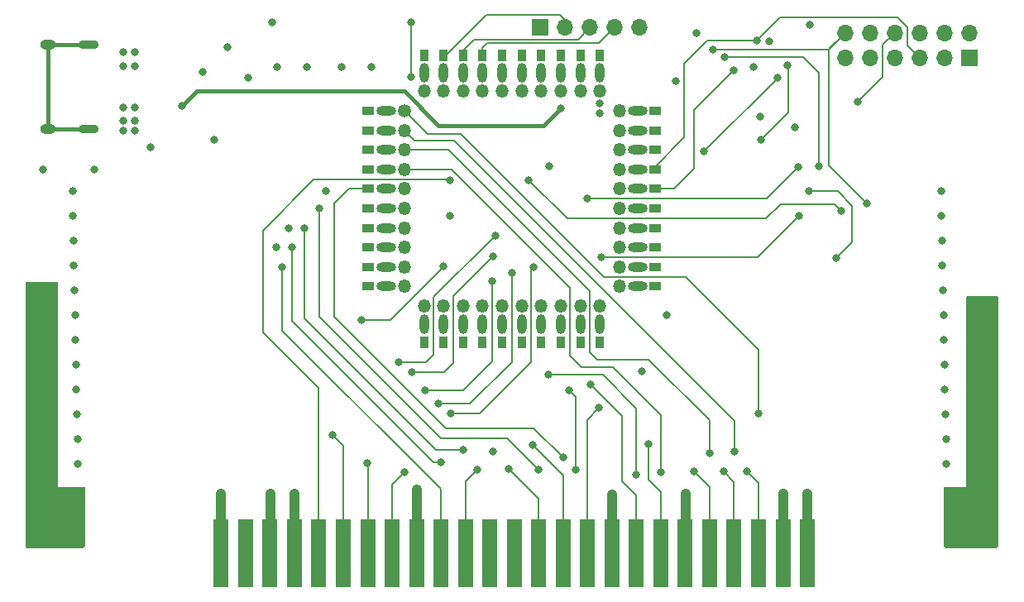
<source format=gbl>
G04 #@! TF.GenerationSoftware,KiCad,Pcbnew,(6.0.6)*
G04 #@! TF.CreationDate,2022-07-02T23:03:49+02:00*
G04 #@! TF.ProjectId,picocart64_v1,7069636f-6361-4727-9436-345f76312e6b,rev?*
G04 #@! TF.SameCoordinates,Original*
G04 #@! TF.FileFunction,Copper,L4,Bot*
G04 #@! TF.FilePolarity,Positive*
%FSLAX46Y46*%
G04 Gerber Fmt 4.6, Leading zero omitted, Abs format (unit mm)*
G04 Created by KiCad (PCBNEW (6.0.6)) date 2022-07-02 23:03:49*
%MOMM*%
%LPD*%
G01*
G04 APERTURE LIST*
G04 #@! TA.AperFunction,ComponentPad*
%ADD10C,2.500000*%
G04 #@! TD*
G04 #@! TA.AperFunction,ComponentPad*
%ADD11R,1.700000X1.700000*%
G04 #@! TD*
G04 #@! TA.AperFunction,ComponentPad*
%ADD12O,1.700000X1.700000*%
G04 #@! TD*
G04 #@! TA.AperFunction,ComponentPad*
%ADD13O,2.000000X0.950000*%
G04 #@! TD*
G04 #@! TA.AperFunction,ComponentPad*
%ADD14R,1.300000X0.900000*%
G04 #@! TD*
G04 #@! TA.AperFunction,ComponentPad*
%ADD15C,1.350000*%
G04 #@! TD*
G04 #@! TA.AperFunction,ComponentPad*
%ADD16O,1.350000X1.350000*%
G04 #@! TD*
G04 #@! TA.AperFunction,ComponentPad*
%ADD17R,0.900000X1.300000*%
G04 #@! TD*
G04 #@! TA.AperFunction,ComponentPad*
%ADD18O,0.950000X2.000000*%
G04 #@! TD*
G04 #@! TA.AperFunction,ComponentPad*
%ADD19O,2.100000X0.900000*%
G04 #@! TD*
G04 #@! TA.AperFunction,ComponentPad*
%ADD20O,1.600000X1.000000*%
G04 #@! TD*
G04 #@! TA.AperFunction,SMDPad,CuDef*
%ADD21R,1.500000X7.000000*%
G04 #@! TD*
G04 #@! TA.AperFunction,ViaPad*
%ADD22C,0.800000*%
G04 #@! TD*
G04 #@! TA.AperFunction,Conductor*
%ADD23C,1.000000*%
G04 #@! TD*
G04 #@! TA.AperFunction,Conductor*
%ADD24C,0.203200*%
G04 #@! TD*
G04 #@! TA.AperFunction,Conductor*
%ADD25C,1.016000*%
G04 #@! TD*
G04 #@! TA.AperFunction,Conductor*
%ADD26C,0.406400*%
G04 #@! TD*
G04 #@! TA.AperFunction,Conductor*
%ADD27C,0.400000*%
G04 #@! TD*
G04 APERTURE END LIST*
D10*
X102850000Y-112600000D03*
X197650000Y-112600000D03*
D11*
X152913000Y-62484000D03*
D12*
X155453000Y-62484000D03*
X157993000Y-62484000D03*
X160533000Y-62484000D03*
X163073000Y-62484000D03*
D13*
X137150000Y-71000000D03*
D14*
X135300000Y-71000000D03*
D15*
X139000000Y-71000000D03*
D16*
X139000000Y-73000000D03*
D13*
X137150000Y-73000000D03*
D14*
X135300000Y-73000000D03*
D13*
X137150000Y-75000000D03*
D14*
X135300000Y-75000000D03*
D16*
X139000000Y-75000000D03*
D14*
X135300000Y-77000000D03*
D16*
X139000000Y-77000000D03*
D13*
X137150000Y-77000000D03*
X137150000Y-79000000D03*
D16*
X139000000Y-79000000D03*
D14*
X135300000Y-79000000D03*
X135300000Y-81000000D03*
D13*
X137150000Y-81000000D03*
D16*
X139000000Y-81000000D03*
D14*
X135300000Y-83000000D03*
D16*
X139000000Y-83000000D03*
D13*
X137150000Y-83000000D03*
D16*
X139000000Y-85000000D03*
D13*
X137150000Y-85000000D03*
D14*
X135300000Y-85000000D03*
X135300000Y-87000000D03*
D13*
X137150000Y-87000000D03*
D16*
X139000000Y-87000000D03*
D14*
X135300000Y-89000000D03*
D13*
X137150000Y-89000000D03*
D16*
X139000000Y-89000000D03*
D17*
X141000000Y-94700000D03*
D16*
X141000000Y-91000000D03*
D18*
X141000000Y-92850000D03*
D16*
X143000000Y-91000000D03*
D18*
X143000000Y-92850000D03*
D17*
X143000000Y-94700000D03*
D18*
X145000000Y-92850000D03*
D16*
X145000000Y-91000000D03*
D17*
X145000000Y-94700000D03*
D18*
X147000000Y-92850000D03*
D16*
X147000000Y-91000000D03*
D17*
X147000000Y-94700000D03*
D18*
X149000000Y-92850000D03*
D17*
X149000000Y-94700000D03*
D16*
X149000000Y-91000000D03*
X151000000Y-91000000D03*
D18*
X151000000Y-92850000D03*
D17*
X151000000Y-94700000D03*
D18*
X153000000Y-92850000D03*
D16*
X153000000Y-91000000D03*
D17*
X153000000Y-94700000D03*
X155000000Y-94700000D03*
D16*
X155000000Y-91000000D03*
D18*
X155000000Y-92850000D03*
D16*
X157000000Y-91000000D03*
D18*
X157000000Y-92850000D03*
D17*
X157000000Y-94700000D03*
X159000000Y-94700000D03*
D18*
X159000000Y-92850000D03*
D16*
X159000000Y-91000000D03*
D13*
X162850000Y-89000000D03*
D14*
X164700000Y-89000000D03*
D16*
X161000000Y-89000000D03*
D13*
X162850000Y-87000000D03*
D14*
X164700000Y-87000000D03*
D16*
X161000000Y-87000000D03*
D14*
X164700000Y-85000000D03*
D13*
X162850000Y-85000000D03*
D16*
X161000000Y-85000000D03*
D14*
X164700000Y-83000000D03*
D16*
X161000000Y-83000000D03*
D13*
X162850000Y-83000000D03*
D14*
X164700000Y-81000000D03*
D16*
X161000000Y-81000000D03*
D13*
X162850000Y-81000000D03*
D16*
X161000000Y-79000000D03*
D14*
X164700000Y-79000000D03*
D13*
X162850000Y-79000000D03*
X162850000Y-77000000D03*
D14*
X164700000Y-77000000D03*
D16*
X161000000Y-77000000D03*
X161000000Y-75000000D03*
D14*
X164700000Y-75000000D03*
D13*
X162850000Y-75000000D03*
X162850000Y-73000000D03*
D16*
X161000000Y-73000000D03*
D14*
X164700000Y-73000000D03*
D16*
X161000000Y-71000000D03*
D13*
X162850000Y-71000000D03*
D14*
X164700000Y-71000000D03*
D16*
X159000000Y-69000000D03*
D18*
X159000000Y-67150000D03*
D17*
X159000000Y-65300000D03*
X157000000Y-65300000D03*
D18*
X157000000Y-67150000D03*
D16*
X157000000Y-69000000D03*
D18*
X155000000Y-67150000D03*
D16*
X155000000Y-69000000D03*
D17*
X155000000Y-65300000D03*
X153000000Y-65300000D03*
D18*
X153000000Y-67150000D03*
D16*
X153000000Y-69000000D03*
D17*
X151000000Y-65300000D03*
D16*
X151000000Y-69000000D03*
D18*
X151000000Y-67150000D03*
D16*
X149000000Y-69000000D03*
D17*
X149000000Y-65300000D03*
D18*
X149000000Y-67150000D03*
D16*
X147000000Y-69000000D03*
D18*
X147000000Y-67150000D03*
D17*
X147000000Y-65300000D03*
D18*
X145000000Y-67150000D03*
D16*
X145000000Y-69000000D03*
D17*
X145000000Y-65300000D03*
X143000000Y-65300000D03*
D16*
X143000000Y-69000000D03*
D18*
X143000000Y-67150000D03*
D17*
X141000000Y-65300000D03*
D16*
X141000000Y-69000000D03*
D18*
X141000000Y-67150000D03*
D19*
X106704000Y-64195000D03*
D20*
X102524000Y-64195000D03*
D19*
X106704000Y-72835000D03*
D20*
X102524000Y-72835000D03*
D11*
X196825000Y-65569000D03*
D12*
X196825000Y-63029000D03*
X194285000Y-65569000D03*
X194285000Y-63029000D03*
X191745000Y-65569000D03*
X191745000Y-63029000D03*
X189205000Y-65569000D03*
X189205000Y-63029000D03*
X186665000Y-65569000D03*
X186665000Y-63029000D03*
X184125000Y-65569000D03*
X184125000Y-63029000D03*
D21*
X180241000Y-116332000D03*
X177741000Y-116332000D03*
X175241000Y-116332000D03*
X172741000Y-116332000D03*
X170241000Y-116332000D03*
X167741000Y-116332000D03*
X165241000Y-116332000D03*
X162741000Y-116332000D03*
X160241000Y-116332000D03*
X157741000Y-116332000D03*
X155241000Y-116332000D03*
X152741000Y-116332000D03*
X150241000Y-116332000D03*
X147741000Y-116332000D03*
X145241000Y-116332000D03*
X142741000Y-116332000D03*
X140241000Y-116332000D03*
X137741000Y-116332000D03*
X135241000Y-116332000D03*
X132741000Y-116332000D03*
X130241000Y-116332000D03*
X127741000Y-116332000D03*
X125241000Y-116332000D03*
X122741000Y-116332000D03*
X120241000Y-116332000D03*
D22*
X110200000Y-73001800D03*
X110200000Y-72001800D03*
X111400000Y-72001800D03*
X111400000Y-73001800D03*
X102108000Y-105156000D03*
X180250000Y-111350000D03*
X180250000Y-110400000D03*
X177750000Y-111350000D03*
X177750000Y-110400000D03*
X167750000Y-110400000D03*
X167750000Y-111350000D03*
X127750000Y-111350000D03*
X127750000Y-110400000D03*
X125250000Y-110400000D03*
X125250000Y-111350000D03*
X120250000Y-111350000D03*
X120250000Y-110400000D03*
X105476448Y-102095000D03*
X193924102Y-79235000D03*
X105275405Y-91935000D03*
X198000000Y-108000000D03*
X159000000Y-70250000D03*
X122974400Y-67652600D03*
X194326187Y-99555000D03*
X110179000Y-65001800D03*
X159000000Y-71250000D03*
X163335000Y-97650000D03*
X105325666Y-94475000D03*
X194125145Y-89395000D03*
X194175405Y-91935000D03*
X107250000Y-77000000D03*
X111379000Y-65001800D03*
X105526709Y-104635000D03*
X105550000Y-107175000D03*
X129032000Y-66548000D03*
X194225666Y-94475000D03*
X168897600Y-63080600D03*
X120904000Y-64516000D03*
X105074363Y-81775000D03*
X153810000Y-76695000D03*
X143650000Y-81775000D03*
X148095000Y-105905000D03*
X127140000Y-83045000D03*
X105174884Y-86855000D03*
X132588000Y-66548000D03*
X194024624Y-84315000D03*
X105024102Y-79235000D03*
X198000000Y-109000000D03*
X175400000Y-71615000D03*
X194426709Y-104635000D03*
X180500000Y-62172300D03*
X178956000Y-72681800D03*
X166750000Y-68000000D03*
X118364000Y-67056000D03*
X125984000Y-66548000D03*
X194450000Y-107175000D03*
X125870000Y-84950000D03*
X105375927Y-97015000D03*
X125476000Y-61976000D03*
X102000000Y-77000000D03*
X105426187Y-99555000D03*
X193974363Y-81775000D03*
X176365200Y-63893400D03*
X165875000Y-91935000D03*
X102108000Y-106680000D03*
X194376448Y-102095000D03*
X135636000Y-66548000D03*
X105124624Y-84315000D03*
X194275927Y-97015000D03*
X194074884Y-86855000D03*
X105225145Y-89395000D03*
X130950000Y-79235000D03*
X113000000Y-74750000D03*
X174752000Y-66548000D03*
X148323600Y-83756200D03*
X157734000Y-80010000D03*
X138430000Y-96774000D03*
X179324000Y-76745800D03*
X142500000Y-101000000D03*
X150000000Y-87617000D03*
X160241000Y-110259000D03*
X119500000Y-74000000D03*
X140241000Y-110259000D03*
X140241000Y-111259000D03*
X160241000Y-111252000D03*
X139750000Y-97750000D03*
X179362400Y-81775000D03*
X135166400Y-107073400D03*
X159144000Y-85991400D03*
X148069600Y-85940600D03*
X143750000Y-102000000D03*
X152184400Y-87007400D03*
X139000000Y-108000000D03*
X116250000Y-70500000D03*
X155000000Y-70750000D03*
X175250000Y-102000000D03*
X172758400Y-105854200D03*
X170250000Y-106045000D03*
X165240000Y-107987800D03*
X155250000Y-106500000D03*
X152743200Y-107733800D03*
X130302000Y-81000000D03*
X128778000Y-83000000D03*
X145000000Y-105750000D03*
X127508000Y-85000000D03*
X142750000Y-107000000D03*
X126500000Y-87000000D03*
X146444000Y-107733800D03*
X149695200Y-107683000D03*
X152133600Y-105244600D03*
X163970000Y-105143000D03*
X168656000Y-107950000D03*
X171704000Y-107950000D03*
X174028400Y-107886200D03*
X162750800Y-108241800D03*
X153708400Y-98031000D03*
X156502400Y-107733800D03*
X155842000Y-99656600D03*
X158026400Y-99047000D03*
X158940800Y-101434600D03*
X142989600Y-86905800D03*
X134620000Y-92456000D03*
X131661200Y-104177800D03*
X139700000Y-67564000D03*
X139700000Y-61976000D03*
X143650000Y-78117400D03*
X151727200Y-78117400D03*
X183731200Y-81267000D03*
X148018800Y-88429800D03*
X180429200Y-79235000D03*
X141160800Y-99656600D03*
X183223200Y-86093000D03*
X110200000Y-66401800D03*
X111400000Y-70701800D03*
X110200000Y-70701800D03*
X111400000Y-66401800D03*
X175044400Y-63842600D03*
X178244800Y-66331800D03*
X175500000Y-74000000D03*
X185420000Y-70104000D03*
X177178000Y-67601800D03*
X169672000Y-75184000D03*
X171793200Y-65519000D03*
X181394400Y-76695000D03*
X172707600Y-66890600D03*
X186372800Y-80505000D03*
X170574000Y-64706200D03*
D23*
X177750000Y-116000000D02*
X177750000Y-110250000D01*
X125250000Y-116000000D02*
X125250000Y-110250000D01*
X127750000Y-116000000D02*
X127750000Y-110250000D01*
X167750000Y-116000000D02*
X167750000Y-110250000D01*
X120250000Y-116000000D02*
X120250000Y-110250000D01*
X180250000Y-116000000D02*
X180250000Y-110250000D01*
D24*
X157734000Y-80010000D02*
X176059800Y-80010000D01*
X141986000Y-96012000D02*
X141986000Y-90093800D01*
X141224000Y-96774000D02*
X141986000Y-96012000D01*
X176059800Y-80010000D02*
X179324000Y-76745800D01*
X141986000Y-90093800D02*
X148323600Y-83756200D01*
X138430000Y-96774000D02*
X141224000Y-96774000D01*
X150000000Y-96710200D02*
X150000000Y-87617000D01*
X145710200Y-101000000D02*
X150000000Y-96710200D01*
X142500000Y-101000000D02*
X145710200Y-101000000D01*
D25*
X140250000Y-110250000D02*
X140241000Y-110259000D01*
X160241000Y-116332000D02*
X160241000Y-110259000D01*
X140241000Y-116332000D02*
X140241000Y-109750000D01*
D24*
X179362400Y-81775000D02*
X175137400Y-86000000D01*
X143067400Y-97750000D02*
X144018000Y-96799400D01*
X159152600Y-86000000D02*
X159144000Y-85991400D01*
X139750000Y-97750000D02*
X143067400Y-97750000D01*
X135241000Y-107148000D02*
X135166400Y-107073400D01*
X135241000Y-116332000D02*
X135241000Y-107148000D01*
X144018000Y-89992200D02*
X148069600Y-85940600D01*
X144018000Y-96799400D02*
X144018000Y-89992200D01*
X175137400Y-86000000D02*
X159152600Y-86000000D01*
X143750000Y-102000000D02*
X146691400Y-102000000D01*
X151981200Y-87210600D02*
X152184400Y-87007400D01*
X146691400Y-102000000D02*
X151981200Y-96710200D01*
X151981200Y-96710200D02*
X151981200Y-87210600D01*
X137741000Y-109259000D02*
X137741000Y-116332000D01*
X139000000Y-108000000D02*
X137741000Y-109259000D01*
D26*
X139003000Y-69000000D02*
X142503000Y-72500000D01*
X117750000Y-69000000D02*
X139003000Y-69000000D01*
X153250000Y-72500000D02*
X155000000Y-70750000D01*
X116250000Y-70500000D02*
X117750000Y-69000000D01*
X142503000Y-72500000D02*
X153250000Y-72500000D01*
D27*
X102524000Y-72835000D02*
X106704000Y-72835000D01*
X102524000Y-64195000D02*
X102524000Y-72835000D01*
X102524000Y-64195000D02*
X106704000Y-64195000D01*
D24*
X159385600Y-88011000D02*
X167767000Y-88011000D01*
X141406000Y-73406000D02*
X144780600Y-73406000D01*
X167767000Y-88011000D02*
X175250000Y-95494000D01*
X175250000Y-95494000D02*
X175250000Y-102000000D01*
X144780600Y-73406000D02*
X159385600Y-88011000D01*
X139000000Y-71000000D02*
X141406000Y-73406000D01*
X139000000Y-73000000D02*
X140041000Y-74041000D01*
X144044000Y-74041000D02*
X172758400Y-102755400D01*
X172758400Y-102755400D02*
X172758400Y-105854200D01*
X140041000Y-74041000D02*
X144044000Y-74041000D01*
X170250000Y-102686000D02*
X170250000Y-106045000D01*
X164020200Y-96456200D02*
X170250000Y-102686000D01*
X157988000Y-95706600D02*
X158737600Y-96456200D01*
X139000000Y-75000000D02*
X143529800Y-75000000D01*
X143529800Y-75000000D02*
X157988000Y-89458200D01*
X157988000Y-89458200D02*
X157988000Y-95706600D01*
X158737600Y-96456200D02*
X164020200Y-96456200D01*
X143853400Y-77000000D02*
X155956000Y-89102600D01*
X139000000Y-77000000D02*
X143853400Y-77000000D01*
X165240000Y-102196600D02*
X165240000Y-107987800D01*
X160312400Y-97269000D02*
X165240000Y-102196600D01*
X155956000Y-89102600D02*
X155956000Y-96062200D01*
X155956000Y-96062200D02*
X157162800Y-97269000D01*
X157162800Y-97269000D02*
X160312400Y-97269000D01*
X131826000Y-80492600D02*
X131826000Y-92076000D01*
X133318600Y-79000000D02*
X131826000Y-80492600D01*
X152250000Y-103500000D02*
X155250000Y-106500000D01*
X143250000Y-103500000D02*
X152250000Y-103500000D01*
X135600000Y-79000000D02*
X133318600Y-79000000D01*
X131826000Y-92076000D02*
X143250000Y-103500000D01*
X130302000Y-81000000D02*
X130302000Y-92052000D01*
X149509400Y-104500000D02*
X152743200Y-107733800D01*
X142750000Y-104500000D02*
X149509400Y-104500000D01*
X130302000Y-92052000D02*
X142750000Y-104500000D01*
X142250000Y-105750000D02*
X145000000Y-105750000D01*
X128778000Y-92278000D02*
X142250000Y-105750000D01*
X128778000Y-83000000D02*
X128778000Y-92278000D01*
X127508000Y-85000000D02*
X127508000Y-92508000D01*
X142000000Y-107000000D02*
X142750000Y-107000000D01*
X127508000Y-92508000D02*
X142000000Y-107000000D01*
X142741000Y-109741000D02*
X142741000Y-116332000D01*
X126500000Y-87000000D02*
X126500000Y-93500000D01*
X126500000Y-93500000D02*
X142741000Y-109741000D01*
X145241000Y-116332000D02*
X145241000Y-108936800D01*
X145241000Y-108936800D02*
X146444000Y-107733800D01*
X152741000Y-116332000D02*
X152741000Y-110728800D01*
X152741000Y-110728800D02*
X149695200Y-107683000D01*
X155241000Y-108352000D02*
X152133600Y-105244600D01*
X155241000Y-116332000D02*
X155241000Y-108352000D01*
X165241000Y-116332000D02*
X165241000Y-110020800D01*
X163970000Y-108749800D02*
X163970000Y-105143000D01*
X165241000Y-110020800D02*
X163970000Y-108749800D01*
X170241000Y-109535000D02*
X170241000Y-116332000D01*
X168656000Y-107950000D02*
X170241000Y-109535000D01*
X171704000Y-107950000D02*
X172741000Y-108987000D01*
X172741000Y-108987000D02*
X172741000Y-116332000D01*
X175241000Y-109098800D02*
X174028400Y-107886200D01*
X175241000Y-116332000D02*
X175241000Y-109098800D01*
X159296400Y-98031000D02*
X153708400Y-98031000D01*
X162750800Y-108241800D02*
X162750800Y-101485400D01*
X162750800Y-101485400D02*
X159296400Y-98031000D01*
X155842000Y-99656600D02*
X156502400Y-100317000D01*
X156502400Y-100317000D02*
X156502400Y-107733800D01*
X162741000Y-110416400D02*
X161250000Y-108925400D01*
X161250000Y-108925400D02*
X161250000Y-102270600D01*
X161250000Y-102270600D02*
X158026400Y-99047000D01*
X162741000Y-116332000D02*
X162741000Y-110416400D01*
X157741000Y-102634400D02*
X158940800Y-101434600D01*
X157741000Y-116332000D02*
X157741000Y-102634400D01*
X134620000Y-92456000D02*
X137541000Y-92456000D01*
X137541000Y-92456000D02*
X142989600Y-87007400D01*
X132741000Y-105257600D02*
X131661200Y-104177800D01*
X132741000Y-116332000D02*
X132741000Y-105257600D01*
X142989600Y-87007400D02*
X142989600Y-86905800D01*
X147000000Y-64607400D02*
X147510800Y-64096600D01*
X147000000Y-65600000D02*
X147000000Y-64607400D01*
X158920400Y-64096600D02*
X160533000Y-62484000D01*
X147510800Y-64096600D02*
X158920400Y-64096600D01*
X145000000Y-64804000D02*
X146113800Y-63690200D01*
X145000000Y-65600000D02*
X145000000Y-64804000D01*
X146113800Y-63690200D02*
X156786800Y-63690200D01*
X156786800Y-63690200D02*
X157993000Y-62484000D01*
X154940000Y-61214000D02*
X155453000Y-61727000D01*
X147386000Y-61214000D02*
X154940000Y-61214000D01*
X143000000Y-65600000D02*
X147386000Y-61214000D01*
X155453000Y-61727000D02*
X155453000Y-62484000D01*
X139700000Y-61976000D02*
X139700000Y-67564000D01*
X183731200Y-81267000D02*
X183020000Y-80555800D01*
X124549200Y-93662200D02*
X124549200Y-83248200D01*
X183020000Y-80555800D02*
X177520900Y-80555800D01*
X130241000Y-99354000D02*
X124549200Y-93662200D01*
X176034700Y-82042000D02*
X155651800Y-82042000D01*
X130241000Y-116332000D02*
X130241000Y-99354000D01*
X155651800Y-82042000D02*
X151727200Y-78117400D01*
X129730800Y-78066600D02*
X143599200Y-78066600D01*
X177520900Y-80555800D02*
X176034700Y-82042000D01*
X124549200Y-83248200D02*
X129730800Y-78066600D01*
X143599200Y-78066600D02*
X143650000Y-78117400D01*
X145021600Y-99656600D02*
X148018800Y-96659400D01*
X184848800Y-80708200D02*
X183375600Y-79235000D01*
X183375600Y-79235000D02*
X180429200Y-79235000D01*
X184848800Y-84467400D02*
X184848800Y-80708200D01*
X141160800Y-99656600D02*
X145021600Y-99656600D01*
X148018800Y-96659400D02*
X148018800Y-88429800D01*
X183223200Y-86093000D02*
X184848800Y-84467400D01*
X164400000Y-77000000D02*
X167640000Y-73760000D01*
X190500000Y-62484000D02*
X189484000Y-61468000D01*
X189484000Y-61468000D02*
X177419000Y-61468000D01*
X167640000Y-73760000D02*
X167640000Y-66167000D01*
X167640000Y-66167000D02*
X169964400Y-63842600D01*
X177419000Y-61468000D02*
X175044400Y-63842600D01*
X190500000Y-64324000D02*
X190500000Y-62484000D01*
X169964400Y-63842600D02*
X175044400Y-63842600D01*
X191745000Y-65569000D02*
X190500000Y-64324000D01*
X175500000Y-74000000D02*
X178295600Y-71204400D01*
X178295600Y-71204400D02*
X178295600Y-66382600D01*
X178295600Y-66382600D02*
X178244800Y-66331800D01*
X185420000Y-70104000D02*
X187960000Y-67564000D01*
X187960000Y-67564000D02*
X187960000Y-64274000D01*
X187960000Y-64274000D02*
X189205000Y-63029000D01*
X177178000Y-67678000D02*
X177178000Y-67601800D01*
X169672000Y-75184000D02*
X177178000Y-67678000D01*
X179819000Y-65519000D02*
X171793200Y-65519000D01*
X181394400Y-67094400D02*
X179819000Y-65519000D01*
X181394400Y-76695000D02*
X181394400Y-67094400D01*
X168656000Y-76962000D02*
X168656000Y-70942200D01*
X168656000Y-70942200D02*
X172707600Y-66890600D01*
X164400000Y-79000000D02*
X166618000Y-79000000D01*
X166618000Y-79000000D02*
X168656000Y-76962000D01*
X182461200Y-64692800D02*
X182461200Y-76593400D01*
X182447800Y-64706200D02*
X170574000Y-64706200D01*
X184125000Y-63029000D02*
X182461200Y-64692800D01*
X182461200Y-76593400D02*
X186372800Y-80505000D01*
X184125000Y-63029000D02*
X182447800Y-64706200D01*
G04 #@! TA.AperFunction,Conductor*
G36*
X199758691Y-90018907D02*
G01*
X199794655Y-90068407D01*
X199799500Y-90099000D01*
X199799500Y-115465983D01*
X199796982Y-115488169D01*
X199794344Y-115499641D01*
X199796739Y-115510227D01*
X199795587Y-115524697D01*
X199787294Y-115577063D01*
X199777725Y-115606518D01*
X199749419Y-115662071D01*
X199731215Y-115687128D01*
X199687128Y-115731215D01*
X199662068Y-115749421D01*
X199606521Y-115777723D01*
X199577065Y-115787294D01*
X199524499Y-115795619D01*
X199510609Y-115796701D01*
X199500359Y-115794344D01*
X199489487Y-115796804D01*
X199489207Y-115796867D01*
X199488359Y-115797059D01*
X199466512Y-115799500D01*
X194534017Y-115799500D01*
X194511831Y-115796982D01*
X194511224Y-115796842D01*
X194511222Y-115796842D01*
X194500359Y-115794344D01*
X194489773Y-115796739D01*
X194475303Y-115795587D01*
X194422937Y-115787294D01*
X194393482Y-115777725D01*
X194337929Y-115749419D01*
X194312872Y-115731215D01*
X194268785Y-115687128D01*
X194250581Y-115662071D01*
X194222275Y-115606518D01*
X194212706Y-115577065D01*
X194205281Y-115530185D01*
X194204738Y-115504672D01*
X194205655Y-115500718D01*
X194205656Y-115500000D01*
X194203096Y-115488776D01*
X194202980Y-115488266D01*
X194200500Y-115466248D01*
X194200500Y-109599000D01*
X194219407Y-109540809D01*
X194268907Y-109504845D01*
X194299500Y-109500000D01*
X196500000Y-109500000D01*
X196500000Y-90099000D01*
X196518907Y-90040809D01*
X196568407Y-90004845D01*
X196599000Y-90000000D01*
X199700500Y-90000000D01*
X199758691Y-90018907D01*
G37*
G04 #@! TD.AperFunction*
G04 #@! TA.AperFunction,Conductor*
G36*
X103459191Y-88518907D02*
G01*
X103495155Y-88568407D01*
X103500000Y-88599000D01*
X103500000Y-109500000D01*
X106200500Y-109500000D01*
X106258691Y-109518907D01*
X106294655Y-109568407D01*
X106299500Y-109599000D01*
X106299500Y-115465983D01*
X106296982Y-115488169D01*
X106294344Y-115499641D01*
X106296739Y-115510227D01*
X106295587Y-115524697D01*
X106287294Y-115577063D01*
X106277725Y-115606518D01*
X106249419Y-115662071D01*
X106231215Y-115687128D01*
X106187128Y-115731215D01*
X106162068Y-115749421D01*
X106106521Y-115777723D01*
X106077065Y-115787294D01*
X106024499Y-115795619D01*
X106010609Y-115796701D01*
X106000359Y-115794344D01*
X105989487Y-115796804D01*
X105989207Y-115796867D01*
X105988359Y-115797059D01*
X105966512Y-115799500D01*
X100534017Y-115799500D01*
X100511831Y-115796982D01*
X100511224Y-115796842D01*
X100511222Y-115796842D01*
X100500359Y-115794344D01*
X100489773Y-115796739D01*
X100475303Y-115795587D01*
X100422937Y-115787294D01*
X100393482Y-115777725D01*
X100337929Y-115749419D01*
X100312872Y-115731215D01*
X100268785Y-115687128D01*
X100250581Y-115662071D01*
X100222275Y-115606518D01*
X100212706Y-115577065D01*
X100205281Y-115530185D01*
X100204738Y-115504672D01*
X100205655Y-115500718D01*
X100205656Y-115500000D01*
X100203096Y-115488776D01*
X100202980Y-115488266D01*
X100200500Y-115466248D01*
X100200500Y-88599000D01*
X100219407Y-88540809D01*
X100268907Y-88504845D01*
X100299500Y-88500000D01*
X103401000Y-88500000D01*
X103459191Y-88518907D01*
G37*
G04 #@! TD.AperFunction*
M02*

</source>
